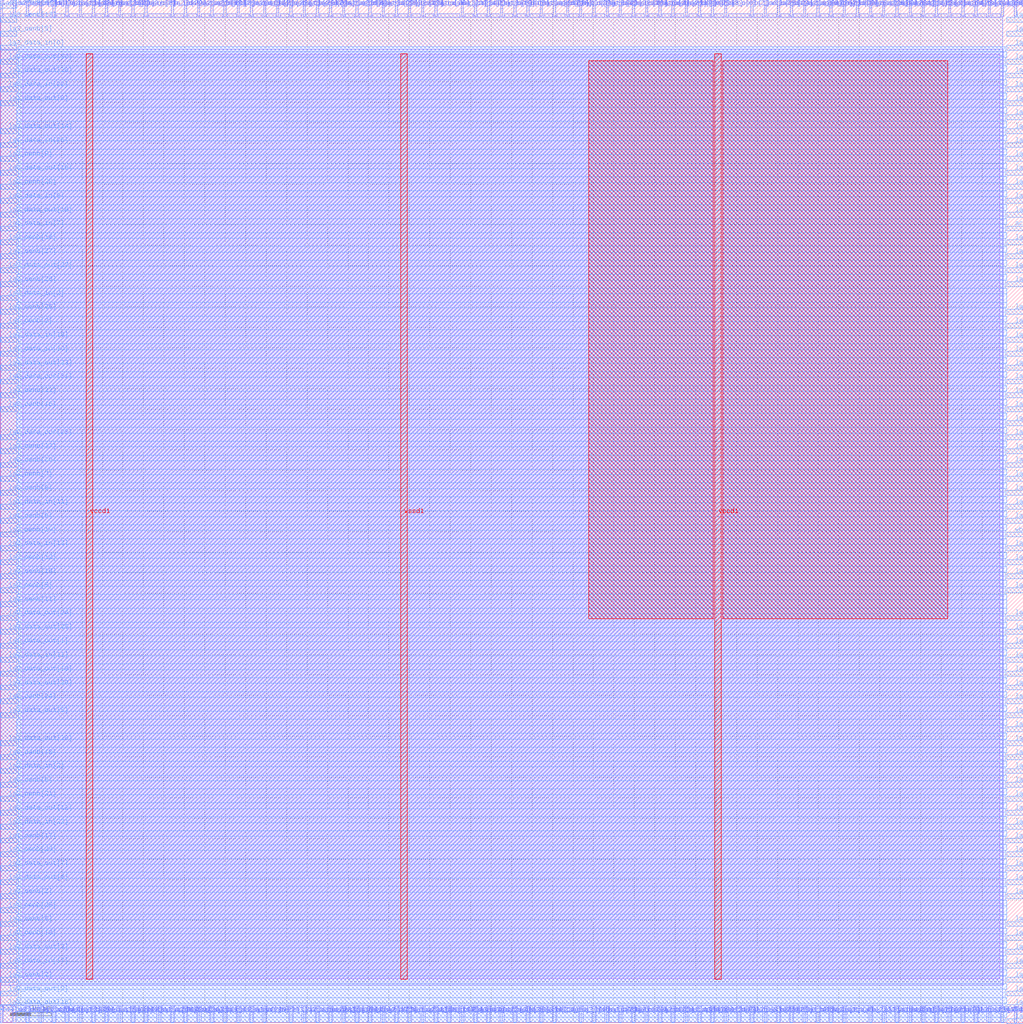
<source format=lef>
VERSION 5.7 ;
  NOWIREEXTENSIONATPIN ON ;
  DIVIDERCHAR "/" ;
  BUSBITCHARS "[]" ;
MACRO wrapped_instrumented_adder_behav
  CLASS BLOCK ;
  FOREIGN wrapped_instrumented_adder_behav ;
  ORIGIN 0.000 0.000 ;
  SIZE 250.000 BY 250.000 ;
  PIN active
    DIRECTION INPUT ;
    USE SIGNAL ;
    PORT
      LAYER met3 ;
        RECT 246.000 193.540 250.000 194.740 ;
    END
  END active
  PIN la1_data_in[0]
    DIRECTION INPUT ;
    USE SIGNAL ;
    PORT
      LAYER met2 ;
        RECT 64.350 246.000 64.910 250.000 ;
    END
  END la1_data_in[0]
  PIN la1_data_in[10]
    DIRECTION INPUT ;
    USE SIGNAL ;
    PORT
      LAYER met3 ;
        RECT 0.000 162.940 4.000 164.140 ;
    END
  END la1_data_in[10]
  PIN la1_data_in[11]
    DIRECTION INPUT ;
    USE SIGNAL ;
    PORT
      LAYER met3 ;
        RECT 0.000 125.540 4.000 126.740 ;
    END
  END la1_data_in[11]
  PIN la1_data_in[12]
    DIRECTION INPUT ;
    USE SIGNAL ;
    PORT
      LAYER met2 ;
        RECT 12.830 246.000 13.390 250.000 ;
    END
  END la1_data_in[12]
  PIN la1_data_in[13]
    DIRECTION INPUT ;
    USE SIGNAL ;
    PORT
      LAYER met3 ;
        RECT 246.000 169.740 250.000 170.940 ;
    END
  END la1_data_in[13]
  PIN la1_data_in[14]
    DIRECTION INPUT ;
    USE SIGNAL ;
    PORT
      LAYER met2 ;
        RECT 148.070 0.000 148.630 4.000 ;
    END
  END la1_data_in[14]
  PIN la1_data_in[15]
    DIRECTION INPUT ;
    USE SIGNAL ;
    PORT
      LAYER met2 ;
        RECT 77.230 0.000 77.790 4.000 ;
    END
  END la1_data_in[15]
  PIN la1_data_in[16]
    DIRECTION INPUT ;
    USE SIGNAL ;
    PORT
      LAYER met2 ;
        RECT 148.070 246.000 148.630 250.000 ;
    END
  END la1_data_in[16]
  PIN la1_data_in[17]
    DIRECTION INPUT ;
    USE SIGNAL ;
    PORT
      LAYER met2 ;
        RECT 93.330 246.000 93.890 250.000 ;
    END
  END la1_data_in[17]
  PIN la1_data_in[18]
    DIRECTION INPUT ;
    USE SIGNAL ;
    PORT
      LAYER met3 ;
        RECT 0.000 166.340 4.000 167.540 ;
    END
  END la1_data_in[18]
  PIN la1_data_in[19]
    DIRECTION INPUT ;
    USE SIGNAL ;
    PORT
      LAYER met3 ;
        RECT 246.000 20.140 250.000 21.340 ;
    END
  END la1_data_in[19]
  PIN la1_data_in[1]
    DIRECTION INPUT ;
    USE SIGNAL ;
    PORT
      LAYER met2 ;
        RECT 109.430 0.000 109.990 4.000 ;
    END
  END la1_data_in[1]
  PIN la1_data_in[20]
    DIRECTION INPUT ;
    USE SIGNAL ;
    PORT
      LAYER met2 ;
        RECT 180.270 0.000 180.830 4.000 ;
    END
  END la1_data_in[20]
  PIN la1_data_in[21]
    DIRECTION INPUT ;
    USE SIGNAL ;
    PORT
      LAYER met3 ;
        RECT 246.000 47.340 250.000 48.540 ;
    END
  END la1_data_in[21]
  PIN la1_data_in[22]
    DIRECTION INPUT ;
    USE SIGNAL ;
    PORT
      LAYER met2 ;
        RECT 235.010 0.000 235.570 4.000 ;
    END
  END la1_data_in[22]
  PIN la1_data_in[23]
    DIRECTION INPUT ;
    USE SIGNAL ;
    PORT
      LAYER met2 ;
        RECT 218.910 0.000 219.470 4.000 ;
    END
  END la1_data_in[23]
  PIN la1_data_in[24]
    DIRECTION INPUT ;
    USE SIGNAL ;
    PORT
      LAYER met3 ;
        RECT 246.000 3.140 250.000 4.340 ;
    END
  END la1_data_in[24]
  PIN la1_data_in[25]
    DIRECTION INPUT ;
    USE SIGNAL ;
    PORT
      LAYER met2 ;
        RECT 241.450 0.000 242.010 4.000 ;
    END
  END la1_data_in[25]
  PIN la1_data_in[26]
    DIRECTION INPUT ;
    USE SIGNAL ;
    PORT
      LAYER met3 ;
        RECT 0.000 213.940 4.000 215.140 ;
    END
  END la1_data_in[26]
  PIN la1_data_in[27]
    DIRECTION INPUT ;
    USE SIGNAL ;
    PORT
      LAYER met3 ;
        RECT 246.000 230.940 250.000 232.140 ;
    END
  END la1_data_in[27]
  PIN la1_data_in[28]
    DIRECTION INPUT ;
    USE SIGNAL ;
    PORT
      LAYER met3 ;
        RECT 246.000 145.940 250.000 147.140 ;
    END
  END la1_data_in[28]
  PIN la1_data_in[29]
    DIRECTION INPUT ;
    USE SIGNAL ;
    PORT
      LAYER met3 ;
        RECT 246.000 115.340 250.000 116.540 ;
    END
  END la1_data_in[29]
  PIN la1_data_in[2]
    DIRECTION INPUT ;
    USE SIGNAL ;
    PORT
      LAYER met2 ;
        RECT 25.710 0.000 26.270 4.000 ;
    END
  END la1_data_in[2]
  PIN la1_data_in[30]
    DIRECTION INPUT ;
    USE SIGNAL ;
    PORT
      LAYER met3 ;
        RECT 246.000 37.140 250.000 38.340 ;
    END
  END la1_data_in[30]
  PIN la1_data_in[31]
    DIRECTION INPUT ;
    USE SIGNAL ;
    PORT
      LAYER met2 ;
        RECT 9.610 246.000 10.170 250.000 ;
    END
  END la1_data_in[31]
  PIN la1_data_in[3]
    DIRECTION INPUT ;
    USE SIGNAL ;
    PORT
      LAYER met2 ;
        RECT 206.030 0.000 206.590 4.000 ;
    END
  END la1_data_in[3]
  PIN la1_data_in[4]
    DIRECTION INPUT ;
    USE SIGNAL ;
    PORT
      LAYER met2 ;
        RECT 199.590 0.000 200.150 4.000 ;
    END
  END la1_data_in[4]
  PIN la1_data_in[5]
    DIRECTION INPUT ;
    USE SIGNAL ;
    PORT
      LAYER met3 ;
        RECT 246.000 166.340 250.000 167.540 ;
    END
  END la1_data_in[5]
  PIN la1_data_in[6]
    DIRECTION INPUT ;
    USE SIGNAL ;
    PORT
      LAYER met3 ;
        RECT 246.000 43.940 250.000 45.140 ;
    END
  END la1_data_in[6]
  PIN la1_data_in[7]
    DIRECTION INPUT ;
    USE SIGNAL ;
    PORT
      LAYER met3 ;
        RECT 0.000 193.540 4.000 194.740 ;
    END
  END la1_data_in[7]
  PIN la1_data_in[8]
    DIRECTION INPUT ;
    USE SIGNAL ;
    PORT
      LAYER met2 ;
        RECT 196.370 0.000 196.930 4.000 ;
    END
  END la1_data_in[8]
  PIN la1_data_in[9]
    DIRECTION INPUT ;
    USE SIGNAL ;
    PORT
      LAYER met2 ;
        RECT 177.050 0.000 177.610 4.000 ;
    END
  END la1_data_in[9]
  PIN la1_data_out[0]
    DIRECTION INOUT ;
    USE SIGNAL ;
    PORT
      LAYER met3 ;
        RECT 0.000 224.140 4.000 225.340 ;
    END
  END la1_data_out[0]
  PIN la1_data_out[10]
    DIRECTION INOUT ;
    USE SIGNAL ;
    PORT
      LAYER met2 ;
        RECT 160.950 246.000 161.510 250.000 ;
    END
  END la1_data_out[10]
  PIN la1_data_out[11]
    DIRECTION INOUT ;
    USE SIGNAL ;
    PORT
      LAYER met2 ;
        RECT 99.770 0.000 100.330 4.000 ;
    END
  END la1_data_out[11]
  PIN la1_data_out[12]
    DIRECTION INOUT ;
    USE SIGNAL ;
    PORT
      LAYER met3 ;
        RECT 246.000 190.140 250.000 191.340 ;
    END
  END la1_data_out[12]
  PIN la1_data_out[13]
    DIRECTION INOUT ;
    USE SIGNAL ;
    PORT
      LAYER met3 ;
        RECT 246.000 139.140 250.000 140.340 ;
    END
  END la1_data_out[13]
  PIN la1_data_out[14]
    DIRECTION INOUT ;
    USE SIGNAL ;
    PORT
      LAYER met2 ;
        RECT 106.210 246.000 106.770 250.000 ;
    END
  END la1_data_out[14]
  PIN la1_data_out[15]
    DIRECTION INOUT ;
    USE SIGNAL ;
    PORT
      LAYER met2 ;
        RECT 54.690 0.000 55.250 4.000 ;
    END
  END la1_data_out[15]
  PIN la1_data_out[16]
    DIRECTION INOUT ;
    USE SIGNAL ;
    PORT
      LAYER met2 ;
        RECT 125.530 246.000 126.090 250.000 ;
    END
  END la1_data_out[16]
  PIN la1_data_out[17]
    DIRECTION INOUT ;
    USE SIGNAL ;
    PORT
      LAYER met2 ;
        RECT 54.690 246.000 55.250 250.000 ;
    END
  END la1_data_out[17]
  PIN la1_data_out[18]
    DIRECTION INOUT ;
    USE SIGNAL ;
    PORT
      LAYER met2 ;
        RECT 128.750 246.000 129.310 250.000 ;
    END
  END la1_data_out[18]
  PIN la1_data_out[19]
    DIRECTION INOUT ;
    USE SIGNAL ;
    PORT
      LAYER met3 ;
        RECT 246.000 81.340 250.000 82.540 ;
    END
  END la1_data_out[19]
  PIN la1_data_out[1]
    DIRECTION INOUT ;
    USE SIGNAL ;
    PORT
      LAYER met3 ;
        RECT 0.000 91.540 4.000 92.740 ;
    END
  END la1_data_out[1]
  PIN la1_data_out[20]
    DIRECTION INOUT ;
    USE SIGNAL ;
    PORT
      LAYER met3 ;
        RECT 0.000 230.940 4.000 232.140 ;
    END
  END la1_data_out[20]
  PIN la1_data_out[21]
    DIRECTION INOUT ;
    USE SIGNAL ;
    PORT
      LAYER met2 ;
        RECT 167.390 0.000 167.950 4.000 ;
    END
  END la1_data_out[21]
  PIN la1_data_out[22]
    DIRECTION INOUT ;
    USE SIGNAL ;
    PORT
      LAYER met2 ;
        RECT 19.270 246.000 19.830 250.000 ;
    END
  END la1_data_out[22]
  PIN la1_data_out[23]
    DIRECTION INOUT ;
    USE SIGNAL ;
    PORT
      LAYER met3 ;
        RECT 0.000 159.540 4.000 160.740 ;
    END
  END la1_data_out[23]
  PIN la1_data_out[24]
    DIRECTION INOUT ;
    USE SIGNAL ;
    PORT
      LAYER met2 ;
        RECT 215.690 0.000 216.250 4.000 ;
    END
  END la1_data_out[24]
  PIN la1_data_out[25]
    DIRECTION INOUT ;
    USE SIGNAL ;
    PORT
      LAYER met2 ;
        RECT 235.010 246.000 235.570 250.000 ;
    END
  END la1_data_out[25]
  PIN la1_data_out[26]
    DIRECTION INOUT ;
    USE SIGNAL ;
    PORT
      LAYER met3 ;
        RECT 246.000 237.740 250.000 238.940 ;
    END
  END la1_data_out[26]
  PIN la1_data_out[27]
    DIRECTION INOUT ;
    USE SIGNAL ;
    PORT
      LAYER met3 ;
        RECT 246.000 105.140 250.000 106.340 ;
    END
  END la1_data_out[27]
  PIN la1_data_out[28]
    DIRECTION INOUT ;
    USE SIGNAL ;
    PORT
      LAYER met3 ;
        RECT 246.000 207.140 250.000 208.340 ;
    END
  END la1_data_out[28]
  PIN la1_data_out[29]
    DIRECTION INOUT ;
    USE SIGNAL ;
    PORT
      LAYER met2 ;
        RECT 193.150 246.000 193.710 250.000 ;
    END
  END la1_data_out[29]
  PIN la1_data_out[2]
    DIRECTION INOUT ;
    USE SIGNAL ;
    PORT
      LAYER met2 ;
        RECT 225.350 0.000 225.910 4.000 ;
    END
  END la1_data_out[2]
  PIN la1_data_out[30]
    DIRECTION INOUT ;
    USE SIGNAL ;
    PORT
      LAYER met2 ;
        RECT 38.590 0.000 39.150 4.000 ;
    END
  END la1_data_out[30]
  PIN la1_data_out[31]
    DIRECTION INOUT ;
    USE SIGNAL ;
    PORT
      LAYER met2 ;
        RECT 212.470 246.000 213.030 250.000 ;
    END
  END la1_data_out[31]
  PIN la1_data_out[3]
    DIRECTION INOUT ;
    USE SIGNAL ;
    PORT
      LAYER met2 ;
        RECT 86.890 0.000 87.450 4.000 ;
    END
  END la1_data_out[3]
  PIN la1_data_out[4]
    DIRECTION INOUT ;
    USE SIGNAL ;
    PORT
      LAYER met3 ;
        RECT 246.000 128.940 250.000 130.140 ;
    END
  END la1_data_out[4]
  PIN la1_data_out[5]
    DIRECTION INOUT ;
    USE SIGNAL ;
    PORT
      LAYER met2 ;
        RECT 19.270 0.000 19.830 4.000 ;
    END
  END la1_data_out[5]
  PIN la1_data_out[6]
    DIRECTION INOUT ;
    USE SIGNAL ;
    PORT
      LAYER met3 ;
        RECT 246.000 196.940 250.000 198.140 ;
    END
  END la1_data_out[6]
  PIN la1_data_out[7]
    DIRECTION INOUT ;
    USE SIGNAL ;
    PORT
      LAYER met2 ;
        RECT 135.190 246.000 135.750 250.000 ;
    END
  END la1_data_out[7]
  PIN la1_data_out[8]
    DIRECTION INOUT ;
    USE SIGNAL ;
    PORT
      LAYER met2 ;
        RECT 199.590 246.000 200.150 250.000 ;
    END
  END la1_data_out[8]
  PIN la1_data_out[9]
    DIRECTION INOUT ;
    USE SIGNAL ;
    PORT
      LAYER met3 ;
        RECT 246.000 60.940 250.000 62.140 ;
    END
  END la1_data_out[9]
  PIN la1_oenb[0]
    DIRECTION INPUT ;
    USE SIGNAL ;
    PORT
      LAYER met2 ;
        RECT 74.010 246.000 74.570 250.000 ;
    END
  END la1_oenb[0]
  PIN la1_oenb[10]
    DIRECTION INPUT ;
    USE SIGNAL ;
    PORT
      LAYER met3 ;
        RECT 246.000 98.340 250.000 99.540 ;
    END
  END la1_oenb[10]
  PIN la1_oenb[11]
    DIRECTION INPUT ;
    USE SIGNAL ;
    PORT
      LAYER met3 ;
        RECT 246.000 67.740 250.000 68.940 ;
    END
  END la1_oenb[11]
  PIN la1_oenb[12]
    DIRECTION INPUT ;
    USE SIGNAL ;
    PORT
      LAYER met3 ;
        RECT 246.000 135.740 250.000 136.940 ;
    END
  END la1_oenb[12]
  PIN la1_oenb[13]
    DIRECTION INPUT ;
    USE SIGNAL ;
    PORT
      LAYER met2 ;
        RECT 64.350 0.000 64.910 4.000 ;
    END
  END la1_oenb[13]
  PIN la1_oenb[14]
    DIRECTION INPUT ;
    USE SIGNAL ;
    PORT
      LAYER met3 ;
        RECT 246.000 217.340 250.000 218.540 ;
    END
  END la1_oenb[14]
  PIN la1_oenb[15]
    DIRECTION INPUT ;
    USE SIGNAL ;
    PORT
      LAYER met2 ;
        RECT 96.550 246.000 97.110 250.000 ;
    END
  END la1_oenb[15]
  PIN la1_oenb[16]
    DIRECTION INPUT ;
    USE SIGNAL ;
    PORT
      LAYER met2 ;
        RECT 122.310 246.000 122.870 250.000 ;
    END
  END la1_oenb[16]
  PIN la1_oenb[17]
    DIRECTION INPUT ;
    USE SIGNAL ;
    PORT
      LAYER met3 ;
        RECT 0.000 43.940 4.000 45.140 ;
    END
  END la1_oenb[17]
  PIN la1_oenb[18]
    DIRECTION INPUT ;
    USE SIGNAL ;
    PORT
      LAYER met2 ;
        RECT 131.970 246.000 132.530 250.000 ;
    END
  END la1_oenb[18]
  PIN la1_oenb[19]
    DIRECTION INPUT ;
    USE SIGNAL ;
    PORT
      LAYER met3 ;
        RECT 246.000 23.540 250.000 24.740 ;
    END
  END la1_oenb[19]
  PIN la1_oenb[1]
    DIRECTION INPUT ;
    USE SIGNAL ;
    PORT
      LAYER met3 ;
        RECT 246.000 241.140 250.000 242.340 ;
    END
  END la1_oenb[1]
  PIN la1_oenb[20]
    DIRECTION INPUT ;
    USE SIGNAL ;
    PORT
      LAYER met2 ;
        RECT 106.210 0.000 106.770 4.000 ;
    END
  END la1_oenb[20]
  PIN la1_oenb[21]
    DIRECTION INPUT ;
    USE SIGNAL ;
    PORT
      LAYER met2 ;
        RECT 112.650 246.000 113.210 250.000 ;
    END
  END la1_oenb[21]
  PIN la1_oenb[22]
    DIRECTION INPUT ;
    USE SIGNAL ;
    PORT
      LAYER met2 ;
        RECT 61.130 0.000 61.690 4.000 ;
    END
  END la1_oenb[22]
  PIN la1_oenb[23]
    DIRECTION INPUT ;
    USE SIGNAL ;
    PORT
      LAYER met3 ;
        RECT 0.000 247.940 4.000 249.140 ;
    END
  END la1_oenb[23]
  PIN la1_oenb[24]
    DIRECTION INPUT ;
    USE SIGNAL ;
    PORT
      LAYER met2 ;
        RECT 247.890 0.000 248.450 4.000 ;
    END
  END la1_oenb[24]
  PIN la1_oenb[25]
    DIRECTION INPUT ;
    USE SIGNAL ;
    PORT
      LAYER met3 ;
        RECT 0.000 26.940 4.000 28.140 ;
    END
  END la1_oenb[25]
  PIN la1_oenb[26]
    DIRECTION INPUT ;
    USE SIGNAL ;
    PORT
      LAYER met3 ;
        RECT 0.000 173.140 4.000 174.340 ;
    END
  END la1_oenb[26]
  PIN la1_oenb[27]
    DIRECTION INPUT ;
    USE SIGNAL ;
    PORT
      LAYER met3 ;
        RECT 0.000 186.740 4.000 187.940 ;
    END
  END la1_oenb[27]
  PIN la1_oenb[28]
    DIRECTION INPUT ;
    USE SIGNAL ;
    PORT
      LAYER met3 ;
        RECT 0.000 40.540 4.000 41.740 ;
    END
  END la1_oenb[28]
  PIN la1_oenb[29]
    DIRECTION INPUT ;
    USE SIGNAL ;
    PORT
      LAYER met3 ;
        RECT 246.000 71.140 250.000 72.340 ;
    END
  END la1_oenb[29]
  PIN la1_oenb[2]
    DIRECTION INPUT ;
    USE SIGNAL ;
    PORT
      LAYER met3 ;
        RECT 0.000 169.740 4.000 170.940 ;
    END
  END la1_oenb[2]
  PIN la1_oenb[30]
    DIRECTION INPUT ;
    USE SIGNAL ;
    PORT
      LAYER met3 ;
        RECT 246.000 152.740 250.000 153.940 ;
    END
  END la1_oenb[30]
  PIN la1_oenb[31]
    DIRECTION INPUT ;
    USE SIGNAL ;
    PORT
      LAYER met2 ;
        RECT 25.710 246.000 26.270 250.000 ;
    END
  END la1_oenb[31]
  PIN la1_oenb[3]
    DIRECTION INPUT ;
    USE SIGNAL ;
    PORT
      LAYER met2 ;
        RECT 57.910 0.000 58.470 4.000 ;
    END
  END la1_oenb[3]
  PIN la1_oenb[4]
    DIRECTION INPUT ;
    USE SIGNAL ;
    PORT
      LAYER met2 ;
        RECT 28.930 0.000 29.490 4.000 ;
    END
  END la1_oenb[4]
  PIN la1_oenb[5]
    DIRECTION INPUT ;
    USE SIGNAL ;
    PORT
      LAYER met2 ;
        RECT 83.670 246.000 84.230 250.000 ;
    END
  END la1_oenb[5]
  PIN la1_oenb[6]
    DIRECTION INPUT ;
    USE SIGNAL ;
    PORT
      LAYER met3 ;
        RECT 0.000 23.540 4.000 24.740 ;
    END
  END la1_oenb[6]
  PIN la1_oenb[7]
    DIRECTION INPUT ;
    USE SIGNAL ;
    PORT
      LAYER met3 ;
        RECT 246.000 213.940 250.000 215.140 ;
    END
  END la1_oenb[7]
  PIN la1_oenb[8]
    DIRECTION INPUT ;
    USE SIGNAL ;
    PORT
      LAYER met3 ;
        RECT 0.000 122.140 4.000 123.340 ;
    END
  END la1_oenb[8]
  PIN la1_oenb[9]
    DIRECTION INPUT ;
    USE SIGNAL ;
    PORT
      LAYER met2 ;
        RECT 228.570 0.000 229.130 4.000 ;
    END
  END la1_oenb[9]
  PIN la2_data_in[0]
    DIRECTION INPUT ;
    USE SIGNAL ;
    PORT
      LAYER met3 ;
        RECT 0.000 237.740 4.000 238.940 ;
    END
  END la2_data_in[0]
  PIN la2_data_in[10]
    DIRECTION INPUT ;
    USE SIGNAL ;
    PORT
      LAYER met2 ;
        RECT 12.830 0.000 13.390 4.000 ;
    END
  END la2_data_in[10]
  PIN la2_data_in[11]
    DIRECTION INPUT ;
    USE SIGNAL ;
    PORT
      LAYER met3 ;
        RECT 0.000 88.140 4.000 89.340 ;
    END
  END la2_data_in[11]
  PIN la2_data_in[12]
    DIRECTION INPUT ;
    USE SIGNAL ;
    PORT
      LAYER met2 ;
        RECT 218.910 246.000 219.470 250.000 ;
    END
  END la2_data_in[12]
  PIN la2_data_in[13]
    DIRECTION INPUT ;
    USE SIGNAL ;
    PORT
      LAYER met3 ;
        RECT 0.000 115.340 4.000 116.540 ;
    END
  END la2_data_in[13]
  PIN la2_data_in[14]
    DIRECTION INPUT ;
    USE SIGNAL ;
    PORT
      LAYER met2 ;
        RECT 80.450 0.000 81.010 4.000 ;
    END
  END la2_data_in[14]
  PIN la2_data_in[15]
    DIRECTION INPUT ;
    USE SIGNAL ;
    PORT
      LAYER met2 ;
        RECT 238.230 246.000 238.790 250.000 ;
    END
  END la2_data_in[15]
  PIN la2_data_in[16]
    DIRECTION INPUT ;
    USE SIGNAL ;
    PORT
      LAYER met3 ;
        RECT 246.000 -0.260 250.000 0.940 ;
    END
  END la2_data_in[16]
  PIN la2_data_in[17]
    DIRECTION INPUT ;
    USE SIGNAL ;
    PORT
      LAYER met3 ;
        RECT 246.000 159.540 250.000 160.740 ;
    END
  END la2_data_in[17]
  PIN la2_data_in[18]
    DIRECTION INPUT ;
    USE SIGNAL ;
    PORT
      LAYER met2 ;
        RECT 45.030 246.000 45.590 250.000 ;
    END
  END la2_data_in[18]
  PIN la2_data_in[19]
    DIRECTION INPUT ;
    USE SIGNAL ;
    PORT
      LAYER met3 ;
        RECT 246.000 6.540 250.000 7.740 ;
    END
  END la2_data_in[19]
  PIN la2_data_in[1]
    DIRECTION INPUT ;
    USE SIGNAL ;
    PORT
      LAYER met3 ;
        RECT 246.000 108.540 250.000 109.740 ;
    END
  END la2_data_in[1]
  PIN la2_data_in[20]
    DIRECTION INPUT ;
    USE SIGNAL ;
    PORT
      LAYER met2 ;
        RECT 41.810 0.000 42.370 4.000 ;
    END
  END la2_data_in[20]
  PIN la2_data_in[21]
    DIRECTION INPUT ;
    USE SIGNAL ;
    PORT
      LAYER met2 ;
        RECT 141.630 0.000 142.190 4.000 ;
    END
  END la2_data_in[21]
  PIN la2_data_in[22]
    DIRECTION INPUT ;
    USE SIGNAL ;
    PORT
      LAYER met2 ;
        RECT 61.130 246.000 61.690 250.000 ;
    END
  END la2_data_in[22]
  PIN la2_data_in[23]
    DIRECTION INPUT ;
    USE SIGNAL ;
    PORT
      LAYER met2 ;
        RECT 228.570 246.000 229.130 250.000 ;
    END
  END la2_data_in[23]
  PIN la2_data_in[24]
    DIRECTION INPUT ;
    USE SIGNAL ;
    PORT
      LAYER met2 ;
        RECT 80.450 246.000 81.010 250.000 ;
    END
  END la2_data_in[24]
  PIN la2_data_in[25]
    DIRECTION INPUT ;
    USE SIGNAL ;
    PORT
      LAYER met2 ;
        RECT 102.990 0.000 103.550 4.000 ;
    END
  END la2_data_in[25]
  PIN la2_data_in[26]
    DIRECTION INPUT ;
    USE SIGNAL ;
    PORT
      LAYER met2 ;
        RECT 99.770 246.000 100.330 250.000 ;
    END
  END la2_data_in[26]
  PIN la2_data_in[27]
    DIRECTION INPUT ;
    USE SIGNAL ;
    PORT
      LAYER met2 ;
        RECT 231.790 0.000 232.350 4.000 ;
    END
  END la2_data_in[27]
  PIN la2_data_in[28]
    DIRECTION INPUT ;
    USE SIGNAL ;
    PORT
      LAYER met2 ;
        RECT 67.570 246.000 68.130 250.000 ;
    END
  END la2_data_in[28]
  PIN la2_data_in[29]
    DIRECTION INPUT ;
    USE SIGNAL ;
    PORT
      LAYER met2 ;
        RECT 35.370 246.000 35.930 250.000 ;
    END
  END la2_data_in[29]
  PIN la2_data_in[2]
    DIRECTION INPUT ;
    USE SIGNAL ;
    PORT
      LAYER met3 ;
        RECT 0.000 60.940 4.000 62.140 ;
    END
  END la2_data_in[2]
  PIN la2_data_in[30]
    DIRECTION INPUT ;
    USE SIGNAL ;
    PORT
      LAYER met3 ;
        RECT 246.000 16.740 250.000 17.940 ;
    END
  END la2_data_in[30]
  PIN la2_data_in[31]
    DIRECTION INPUT ;
    USE SIGNAL ;
    PORT
      LAYER met2 ;
        RECT 122.310 0.000 122.870 4.000 ;
    END
  END la2_data_in[31]
  PIN la2_data_in[3]
    DIRECTION INPUT ;
    USE SIGNAL ;
    PORT
      LAYER met2 ;
        RECT 196.370 246.000 196.930 250.000 ;
    END
  END la2_data_in[3]
  PIN la2_data_in[4]
    DIRECTION INPUT ;
    USE SIGNAL ;
    PORT
      LAYER met2 ;
        RECT 154.510 246.000 155.070 250.000 ;
    END
  END la2_data_in[4]
  PIN la2_data_in[5]
    DIRECTION INPUT ;
    USE SIGNAL ;
    PORT
      LAYER met2 ;
        RECT 222.130 246.000 222.690 250.000 ;
    END
  END la2_data_in[5]
  PIN la2_data_in[6]
    DIRECTION INPUT ;
    USE SIGNAL ;
    PORT
      LAYER met2 ;
        RECT 135.190 0.000 135.750 4.000 ;
    END
  END la2_data_in[6]
  PIN la2_data_in[7]
    DIRECTION INPUT ;
    USE SIGNAL ;
    PORT
      LAYER met2 ;
        RECT 189.930 0.000 190.490 4.000 ;
    END
  END la2_data_in[7]
  PIN la2_data_in[8]
    DIRECTION INPUT ;
    USE SIGNAL ;
    PORT
      LAYER met2 ;
        RECT 57.910 246.000 58.470 250.000 ;
    END
  END la2_data_in[8]
  PIN la2_data_in[9]
    DIRECTION INPUT ;
    USE SIGNAL ;
    PORT
      LAYER met3 ;
        RECT 0.000 200.340 4.000 201.540 ;
    END
  END la2_data_in[9]
  PIN la2_data_out[0]
    DIRECTION INOUT ;
    USE SIGNAL ;
    PORT
      LAYER met3 ;
        RECT 246.000 132.340 250.000 133.540 ;
    END
  END la2_data_out[0]
  PIN la2_data_out[10]
    DIRECTION INOUT ;
    USE SIGNAL ;
    PORT
      LAYER met3 ;
        RECT 246.000 156.140 250.000 157.340 ;
    END
  END la2_data_out[10]
  PIN la2_data_out[11]
    DIRECTION INOUT ;
    USE SIGNAL ;
    PORT
      LAYER met2 ;
        RECT -0.050 246.000 0.510 250.000 ;
    END
  END la2_data_out[11]
  PIN la2_data_out[12]
    DIRECTION INOUT ;
    USE SIGNAL ;
    PORT
      LAYER met3 ;
        RECT 0.000 50.740 4.000 51.940 ;
    END
  END la2_data_out[12]
  PIN la2_data_out[13]
    DIRECTION INOUT ;
    USE SIGNAL ;
    PORT
      LAYER met2 ;
        RECT 160.950 0.000 161.510 4.000 ;
    END
  END la2_data_out[13]
  PIN la2_data_out[14]
    DIRECTION INOUT ;
    USE SIGNAL ;
    PORT
      LAYER met3 ;
        RECT 0.000 217.340 4.000 218.540 ;
    END
  END la2_data_out[14]
  PIN la2_data_out[15]
    DIRECTION INOUT ;
    USE SIGNAL ;
    PORT
      LAYER met3 ;
        RECT 0.000 196.940 4.000 198.140 ;
    END
  END la2_data_out[15]
  PIN la2_data_out[16]
    DIRECTION INOUT ;
    USE SIGNAL ;
    PORT
      LAYER met2 ;
        RECT 77.230 246.000 77.790 250.000 ;
    END
  END la2_data_out[16]
  PIN la2_data_out[17]
    DIRECTION INOUT ;
    USE SIGNAL ;
    PORT
      LAYER met2 ;
        RECT 86.890 246.000 87.450 250.000 ;
    END
  END la2_data_out[17]
  PIN la2_data_out[18]
    DIRECTION INOUT ;
    USE SIGNAL ;
    PORT
      LAYER met3 ;
        RECT 0.000 84.740 4.000 85.940 ;
    END
  END la2_data_out[18]
  PIN la2_data_out[19]
    DIRECTION INOUT ;
    USE SIGNAL ;
    PORT
      LAYER met2 ;
        RECT 41.810 246.000 42.370 250.000 ;
    END
  END la2_data_out[19]
  PIN la2_data_out[1]
    DIRECTION INOUT ;
    USE SIGNAL ;
    PORT
      LAYER met3 ;
        RECT 246.000 234.340 250.000 235.540 ;
    END
  END la2_data_out[1]
  PIN la2_data_out[20]
    DIRECTION INOUT ;
    USE SIGNAL ;
    PORT
      LAYER met3 ;
        RECT 0.000 67.740 4.000 68.940 ;
    END
  END la2_data_out[20]
  PIN la2_data_out[21]
    DIRECTION INOUT ;
    USE SIGNAL ;
    PORT
      LAYER met2 ;
        RECT 93.330 0.000 93.890 4.000 ;
    END
  END la2_data_out[21]
  PIN la2_data_out[22]
    DIRECTION INOUT ;
    USE SIGNAL ;
    PORT
      LAYER met3 ;
        RECT 246.000 149.340 250.000 150.540 ;
    END
  END la2_data_out[22]
  PIN la2_data_out[23]
    DIRECTION INOUT ;
    USE SIGNAL ;
    PORT
      LAYER met3 ;
        RECT 0.000 142.540 4.000 143.740 ;
    END
  END la2_data_out[23]
  PIN la2_data_out[24]
    DIRECTION INOUT ;
    USE SIGNAL ;
    PORT
      LAYER met3 ;
        RECT 0.000 98.340 4.000 99.540 ;
    END
  END la2_data_out[24]
  PIN la2_data_out[25]
    DIRECTION INOUT ;
    USE SIGNAL ;
    PORT
      LAYER met2 ;
        RECT 206.030 246.000 206.590 250.000 ;
    END
  END la2_data_out[25]
  PIN la2_data_out[26]
    DIRECTION INOUT ;
    USE SIGNAL ;
    PORT
      LAYER met2 ;
        RECT 96.550 0.000 97.110 4.000 ;
    END
  END la2_data_out[26]
  PIN la2_data_out[27]
    DIRECTION INOUT ;
    USE SIGNAL ;
    PORT
      LAYER met2 ;
        RECT 189.930 246.000 190.490 250.000 ;
    END
  END la2_data_out[27]
  PIN la2_data_out[28]
    DIRECTION INOUT ;
    USE SIGNAL ;
    PORT
      LAYER met3 ;
        RECT 246.000 142.540 250.000 143.740 ;
    END
  END la2_data_out[28]
  PIN la2_data_out[29]
    DIRECTION INOUT ;
    USE SIGNAL ;
    PORT
      LAYER met2 ;
        RECT 212.470 0.000 213.030 4.000 ;
    END
  END la2_data_out[29]
  PIN la2_data_out[2]
    DIRECTION INOUT ;
    USE SIGNAL ;
    PORT
      LAYER met3 ;
        RECT 0.000 6.540 4.000 7.740 ;
    END
  END la2_data_out[2]
  PIN la2_data_out[30]
    DIRECTION INOUT ;
    USE SIGNAL ;
    PORT
      LAYER met3 ;
        RECT 0.000 234.340 4.000 235.540 ;
    END
  END la2_data_out[30]
  PIN la2_data_out[31]
    DIRECTION INOUT ;
    USE SIGNAL ;
    PORT
      LAYER met3 ;
        RECT 0.000 156.140 4.000 157.340 ;
    END
  END la2_data_out[31]
  PIN la2_data_out[3]
    DIRECTION INOUT ;
    USE SIGNAL ;
    PORT
      LAYER met3 ;
        RECT 0.000 16.740 4.000 17.940 ;
    END
  END la2_data_out[3]
  PIN la2_data_out[4]
    DIRECTION INOUT ;
    USE SIGNAL ;
    PORT
      LAYER met3 ;
        RECT 0.000 33.740 4.000 34.940 ;
    END
  END la2_data_out[4]
  PIN la2_data_out[5]
    DIRECTION INOUT ;
    USE SIGNAL ;
    PORT
      LAYER met2 ;
        RECT 154.510 0.000 155.070 4.000 ;
    END
  END la2_data_out[5]
  PIN la2_data_out[6]
    DIRECTION INOUT ;
    USE SIGNAL ;
    PORT
      LAYER met2 ;
        RECT 74.010 0.000 74.570 4.000 ;
    END
  END la2_data_out[6]
  PIN la2_data_out[7]
    DIRECTION INOUT ;
    USE SIGNAL ;
    PORT
      LAYER met3 ;
        RECT 0.000 37.140 4.000 38.340 ;
    END
  END la2_data_out[7]
  PIN la2_data_out[8]
    DIRECTION INOUT ;
    USE SIGNAL ;
    PORT
      LAYER met3 ;
        RECT 246.000 40.540 250.000 41.740 ;
    END
  END la2_data_out[8]
  PIN la2_data_out[9]
    DIRECTION INOUT ;
    USE SIGNAL ;
    PORT
      LAYER met3 ;
        RECT 246.000 77.940 250.000 79.140 ;
    END
  END la2_data_out[9]
  PIN la2_oenb[0]
    DIRECTION INPUT ;
    USE SIGNAL ;
    PORT
      LAYER met2 ;
        RECT 173.830 246.000 174.390 250.000 ;
    END
  END la2_oenb[0]
  PIN la2_oenb[10]
    DIRECTION INPUT ;
    USE SIGNAL ;
    PORT
      LAYER met3 ;
        RECT 0.000 118.740 4.000 119.940 ;
    END
  END la2_oenb[10]
  PIN la2_oenb[11]
    DIRECTION INPUT ;
    USE SIGNAL ;
    PORT
      LAYER met2 ;
        RECT 138.410 246.000 138.970 250.000 ;
    END
  END la2_oenb[11]
  PIN la2_oenb[12]
    DIRECTION INPUT ;
    USE SIGNAL ;
    PORT
      LAYER met3 ;
        RECT 246.000 74.540 250.000 75.740 ;
    END
  END la2_oenb[12]
  PIN la2_oenb[13]
    DIRECTION INPUT ;
    USE SIGNAL ;
    PORT
      LAYER met3 ;
        RECT 246.000 220.740 250.000 221.940 ;
    END
  END la2_oenb[13]
  PIN la2_oenb[14]
    DIRECTION INPUT ;
    USE SIGNAL ;
    PORT
      LAYER met3 ;
        RECT 0.000 190.140 4.000 191.340 ;
    END
  END la2_oenb[14]
  PIN la2_oenb[15]
    DIRECTION INPUT ;
    USE SIGNAL ;
    PORT
      LAYER met2 ;
        RECT 151.290 0.000 151.850 4.000 ;
    END
  END la2_oenb[15]
  PIN la2_oenb[16]
    DIRECTION INPUT ;
    USE SIGNAL ;
    PORT
      LAYER met3 ;
        RECT 246.000 183.340 250.000 184.540 ;
    END
  END la2_oenb[16]
  PIN la2_oenb[17]
    DIRECTION INPUT ;
    USE SIGNAL ;
    PORT
      LAYER met2 ;
        RECT 6.390 246.000 6.950 250.000 ;
    END
  END la2_oenb[17]
  PIN la2_oenb[18]
    DIRECTION INPUT ;
    USE SIGNAL ;
    PORT
      LAYER met3 ;
        RECT 0.000 20.140 4.000 21.340 ;
    END
  END la2_oenb[18]
  PIN la2_oenb[19]
    DIRECTION INPUT ;
    USE SIGNAL ;
    PORT
      LAYER met2 ;
        RECT 183.490 0.000 184.050 4.000 ;
    END
  END la2_oenb[19]
  PIN la2_oenb[1]
    DIRECTION INPUT ;
    USE SIGNAL ;
    PORT
      LAYER met2 ;
        RECT 177.050 246.000 177.610 250.000 ;
    END
  END la2_oenb[1]
  PIN la2_oenb[20]
    DIRECTION INPUT ;
    USE SIGNAL ;
    PORT
      LAYER met2 ;
        RECT 48.250 246.000 48.810 250.000 ;
    END
  END la2_oenb[20]
  PIN la2_oenb[21]
    DIRECTION INPUT ;
    USE SIGNAL ;
    PORT
      LAYER met3 ;
        RECT 0.000 54.140 4.000 55.340 ;
    END
  END la2_oenb[21]
  PIN la2_oenb[22]
    DIRECTION INPUT ;
    USE SIGNAL ;
    PORT
      LAYER met3 ;
        RECT 0.000 152.740 4.000 153.940 ;
    END
  END la2_oenb[22]
  PIN la2_oenb[23]
    DIRECTION INPUT ;
    USE SIGNAL ;
    PORT
      LAYER met3 ;
        RECT 246.000 88.140 250.000 89.340 ;
    END
  END la2_oenb[23]
  PIN la2_oenb[24]
    DIRECTION INPUT ;
    USE SIGNAL ;
    PORT
      LAYER met3 ;
        RECT 0.000 77.940 4.000 79.140 ;
    END
  END la2_oenb[24]
  PIN la2_oenb[25]
    DIRECTION INPUT ;
    USE SIGNAL ;
    PORT
      LAYER met2 ;
        RECT 193.150 0.000 193.710 4.000 ;
    END
  END la2_oenb[25]
  PIN la2_oenb[26]
    DIRECTION INPUT ;
    USE SIGNAL ;
    PORT
      LAYER met2 ;
        RECT 183.490 246.000 184.050 250.000 ;
    END
  END la2_oenb[26]
  PIN la2_oenb[27]
    DIRECTION INPUT ;
    USE SIGNAL ;
    PORT
      LAYER met3 ;
        RECT 0.000 139.140 4.000 140.340 ;
    END
  END la2_oenb[27]
  PIN la2_oenb[28]
    DIRECTION INPUT ;
    USE SIGNAL ;
    PORT
      LAYER met3 ;
        RECT 0.000 203.740 4.000 204.940 ;
    END
  END la2_oenb[28]
  PIN la2_oenb[29]
    DIRECTION INPUT ;
    USE SIGNAL ;
    PORT
      LAYER met2 ;
        RECT 167.390 246.000 167.950 250.000 ;
    END
  END la2_oenb[29]
  PIN la2_oenb[2]
    DIRECTION INPUT ;
    USE SIGNAL ;
    PORT
      LAYER met3 ;
        RECT 0.000 9.940 4.000 11.140 ;
    END
  END la2_oenb[2]
  PIN la2_oenb[30]
    DIRECTION INPUT ;
    USE SIGNAL ;
    PORT
      LAYER met3 ;
        RECT 0.000 135.740 4.000 136.940 ;
    END
  END la2_oenb[30]
  PIN la2_oenb[31]
    DIRECTION INPUT ;
    USE SIGNAL ;
    PORT
      LAYER met2 ;
        RECT 151.290 246.000 151.850 250.000 ;
    END
  END la2_oenb[31]
  PIN la2_oenb[3]
    DIRECTION INPUT ;
    USE SIGNAL ;
    PORT
      LAYER met2 ;
        RECT 3.170 246.000 3.730 250.000 ;
    END
  END la2_oenb[3]
  PIN la2_oenb[4]
    DIRECTION INPUT ;
    USE SIGNAL ;
    PORT
      LAYER met2 ;
        RECT 247.890 246.000 248.450 250.000 ;
    END
  END la2_oenb[4]
  PIN la2_oenb[5]
    DIRECTION INPUT ;
    USE SIGNAL ;
    PORT
      LAYER met3 ;
        RECT 0.000 105.140 4.000 106.340 ;
    END
  END la2_oenb[5]
  PIN la2_oenb[6]
    DIRECTION INPUT ;
    USE SIGNAL ;
    PORT
      LAYER met2 ;
        RECT 119.090 246.000 119.650 250.000 ;
    END
  END la2_oenb[6]
  PIN la2_oenb[7]
    DIRECTION INPUT ;
    USE SIGNAL ;
    PORT
      LAYER met3 ;
        RECT 0.000 132.340 4.000 133.540 ;
    END
  END la2_oenb[7]
  PIN la2_oenb[8]
    DIRECTION INPUT ;
    USE SIGNAL ;
    PORT
      LAYER met2 ;
        RECT 51.470 246.000 52.030 250.000 ;
    END
  END la2_oenb[8]
  PIN la2_oenb[9]
    DIRECTION INPUT ;
    USE SIGNAL ;
    PORT
      LAYER met3 ;
        RECT 0.000 128.940 4.000 130.140 ;
    END
  END la2_oenb[9]
  PIN la3_data_in[0]
    DIRECTION INPUT ;
    USE SIGNAL ;
    PORT
      LAYER met3 ;
        RECT 246.000 111.940 250.000 113.140 ;
    END
  END la3_data_in[0]
  PIN la3_data_in[10]
    DIRECTION INPUT ;
    USE SIGNAL ;
    PORT
      LAYER met2 ;
        RECT 131.970 0.000 132.530 4.000 ;
    END
  END la3_data_in[10]
  PIN la3_data_in[11]
    DIRECTION INPUT ;
    USE SIGNAL ;
    PORT
      LAYER met3 ;
        RECT 246.000 91.540 250.000 92.740 ;
    END
  END la3_data_in[11]
  PIN la3_data_in[12]
    DIRECTION INPUT ;
    USE SIGNAL ;
    PORT
      LAYER met3 ;
        RECT 246.000 30.340 250.000 31.540 ;
    END
  END la3_data_in[12]
  PIN la3_data_in[13]
    DIRECTION INPUT ;
    USE SIGNAL ;
    PORT
      LAYER met2 ;
        RECT 202.810 0.000 203.370 4.000 ;
    END
  END la3_data_in[13]
  PIN la3_data_in[14]
    DIRECTION INPUT ;
    USE SIGNAL ;
    PORT
      LAYER met2 ;
        RECT 231.790 246.000 232.350 250.000 ;
    END
  END la3_data_in[14]
  PIN la3_data_in[15]
    DIRECTION INPUT ;
    USE SIGNAL ;
    PORT
      LAYER met3 ;
        RECT 246.000 203.740 250.000 204.940 ;
    END
  END la3_data_in[15]
  PIN la3_data_in[16]
    DIRECTION INPUT ;
    USE SIGNAL ;
    PORT
      LAYER met2 ;
        RECT 119.090 0.000 119.650 4.000 ;
    END
  END la3_data_in[16]
  PIN la3_data_in[17]
    DIRECTION INPUT ;
    USE SIGNAL ;
    PORT
      LAYER met3 ;
        RECT 0.000 13.340 4.000 14.540 ;
    END
  END la3_data_in[17]
  PIN la3_data_in[18]
    DIRECTION INPUT ;
    USE SIGNAL ;
    PORT
      LAYER met3 ;
        RECT 246.000 13.340 250.000 14.540 ;
    END
  END la3_data_in[18]
  PIN la3_data_in[19]
    DIRECTION INPUT ;
    USE SIGNAL ;
    PORT
      LAYER met2 ;
        RECT 115.870 246.000 116.430 250.000 ;
    END
  END la3_data_in[19]
  PIN la3_data_in[1]
    DIRECTION INPUT ;
    USE SIGNAL ;
    PORT
      LAYER met2 ;
        RECT 115.870 0.000 116.430 4.000 ;
    END
  END la3_data_in[1]
  PIN la3_data_in[20]
    DIRECTION INPUT ;
    USE SIGNAL ;
    PORT
      LAYER met2 ;
        RECT 22.490 0.000 23.050 4.000 ;
    END
  END la3_data_in[20]
  PIN la3_data_in[21]
    DIRECTION INPUT ;
    USE SIGNAL ;
    PORT
      LAYER met2 ;
        RECT 157.730 246.000 158.290 250.000 ;
    END
  END la3_data_in[21]
  PIN la3_data_in[22]
    DIRECTION INPUT ;
    USE SIGNAL ;
    PORT
      LAYER met3 ;
        RECT 0.000 227.540 4.000 228.740 ;
    END
  END la3_data_in[22]
  PIN la3_data_in[23]
    DIRECTION INPUT ;
    USE SIGNAL ;
    PORT
      LAYER met3 ;
        RECT 0.000 47.340 4.000 48.540 ;
    END
  END la3_data_in[23]
  PIN la3_data_in[24]
    DIRECTION INPUT ;
    USE SIGNAL ;
    PORT
      LAYER met2 ;
        RECT 83.670 0.000 84.230 4.000 ;
    END
  END la3_data_in[24]
  PIN la3_data_in[25]
    DIRECTION INPUT ;
    USE SIGNAL ;
    PORT
      LAYER met3 ;
        RECT 246.000 244.540 250.000 245.740 ;
    END
  END la3_data_in[25]
  PIN la3_data_in[26]
    DIRECTION INPUT ;
    USE SIGNAL ;
    PORT
      LAYER met3 ;
        RECT 246.000 64.340 250.000 65.540 ;
    END
  END la3_data_in[26]
  PIN la3_data_in[27]
    DIRECTION INPUT ;
    USE SIGNAL ;
    PORT
      LAYER met2 ;
        RECT 170.610 0.000 171.170 4.000 ;
    END
  END la3_data_in[27]
  PIN la3_data_in[28]
    DIRECTION INPUT ;
    USE SIGNAL ;
    PORT
      LAYER met2 ;
        RECT 244.670 246.000 245.230 250.000 ;
    END
  END la3_data_in[28]
  PIN la3_data_in[29]
    DIRECTION INPUT ;
    USE SIGNAL ;
    PORT
      LAYER met2 ;
        RECT 164.170 0.000 164.730 4.000 ;
    END
  END la3_data_in[29]
  PIN la3_data_in[2]
    DIRECTION INPUT ;
    USE SIGNAL ;
    PORT
      LAYER met3 ;
        RECT 0.000 176.540 4.000 177.740 ;
    END
  END la3_data_in[2]
  PIN la3_data_in[30]
    DIRECTION INPUT ;
    USE SIGNAL ;
    PORT
      LAYER met2 ;
        RECT 9.610 0.000 10.170 4.000 ;
    END
  END la3_data_in[30]
  PIN la3_data_in[31]
    DIRECTION INPUT ;
    USE SIGNAL ;
    PORT
      LAYER met2 ;
        RECT 222.130 0.000 222.690 4.000 ;
    END
  END la3_data_in[31]
  PIN la3_data_in[3]
    DIRECTION INPUT ;
    USE SIGNAL ;
    PORT
      LAYER met3 ;
        RECT 246.000 33.740 250.000 34.940 ;
    END
  END la3_data_in[3]
  PIN la3_data_in[4]
    DIRECTION INPUT ;
    USE SIGNAL ;
    PORT
      LAYER met2 ;
        RECT 141.630 246.000 142.190 250.000 ;
    END
  END la3_data_in[4]
  PIN la3_data_in[5]
    DIRECTION INPUT ;
    USE SIGNAL ;
    PORT
      LAYER met3 ;
        RECT 246.000 173.140 250.000 174.340 ;
    END
  END la3_data_in[5]
  PIN la3_data_in[6]
    DIRECTION INPUT ;
    USE SIGNAL ;
    PORT
      LAYER met2 ;
        RECT 16.050 246.000 16.610 250.000 ;
    END
  END la3_data_in[6]
  PIN la3_data_in[7]
    DIRECTION INPUT ;
    USE SIGNAL ;
    PORT
      LAYER met2 ;
        RECT 28.930 246.000 29.490 250.000 ;
    END
  END la3_data_in[7]
  PIN la3_data_in[8]
    DIRECTION INPUT ;
    USE SIGNAL ;
    PORT
      LAYER met2 ;
        RECT 22.490 246.000 23.050 250.000 ;
    END
  END la3_data_in[8]
  PIN la3_data_in[9]
    DIRECTION INPUT ;
    USE SIGNAL ;
    PORT
      LAYER met2 ;
        RECT 6.390 0.000 6.950 4.000 ;
    END
  END la3_data_in[9]
  PIN la3_data_out[0]
    DIRECTION INOUT ;
    USE SIGNAL ;
    PORT
      LAYER met2 ;
        RECT 45.030 0.000 45.590 4.000 ;
    END
  END la3_data_out[0]
  PIN la3_data_out[10]
    DIRECTION INOUT ;
    USE SIGNAL ;
    PORT
      LAYER met3 ;
        RECT 246.000 94.940 250.000 96.140 ;
    END
  END la3_data_out[10]
  PIN la3_data_out[11]
    DIRECTION INOUT ;
    USE SIGNAL ;
    PORT
      LAYER met2 ;
        RECT 125.530 0.000 126.090 4.000 ;
    END
  END la3_data_out[11]
  PIN la3_data_out[12]
    DIRECTION INOUT ;
    USE SIGNAL ;
    PORT
      LAYER met2 ;
        RECT 215.690 246.000 216.250 250.000 ;
    END
  END la3_data_out[12]
  PIN la3_data_out[13]
    DIRECTION INOUT ;
    USE SIGNAL ;
    PORT
      LAYER met3 ;
        RECT 246.000 227.540 250.000 228.740 ;
    END
  END la3_data_out[13]
  PIN la3_data_out[14]
    DIRECTION INOUT ;
    USE SIGNAL ;
    PORT
      LAYER met2 ;
        RECT 70.790 246.000 71.350 250.000 ;
    END
  END la3_data_out[14]
  PIN la3_data_out[15]
    DIRECTION INOUT ;
    USE SIGNAL ;
    PORT
      LAYER met2 ;
        RECT 32.150 0.000 32.710 4.000 ;
    END
  END la3_data_out[15]
  PIN la3_data_out[16]
    DIRECTION INOUT ;
    USE SIGNAL ;
    PORT
      LAYER met3 ;
        RECT 0.000 3.140 4.000 4.340 ;
    END
  END la3_data_out[16]
  PIN la3_data_out[17]
    DIRECTION INOUT ;
    USE SIGNAL ;
    PORT
      LAYER met3 ;
        RECT 246.000 224.140 250.000 225.340 ;
    END
  END la3_data_out[17]
  PIN la3_data_out[18]
    DIRECTION INOUT ;
    USE SIGNAL ;
    PORT
      LAYER met3 ;
        RECT 0.000 207.140 4.000 208.340 ;
    END
  END la3_data_out[18]
  PIN la3_data_out[19]
    DIRECTION INOUT ;
    USE SIGNAL ;
    PORT
      LAYER met3 ;
        RECT 246.000 162.940 250.000 164.140 ;
    END
  END la3_data_out[19]
  PIN la3_data_out[1]
    DIRECTION INOUT ;
    USE SIGNAL ;
    PORT
      LAYER met3 ;
        RECT 246.000 54.140 250.000 55.340 ;
    END
  END la3_data_out[1]
  PIN la3_data_out[20]
    DIRECTION INOUT ;
    USE SIGNAL ;
    PORT
      LAYER met3 ;
        RECT 0.000 81.340 4.000 82.540 ;
    END
  END la3_data_out[20]
  PIN la3_data_out[21]
    DIRECTION INOUT ;
    USE SIGNAL ;
    PORT
      LAYER met2 ;
        RECT 241.450 246.000 242.010 250.000 ;
    END
  END la3_data_out[21]
  PIN la3_data_out[22]
    DIRECTION INOUT ;
    USE SIGNAL ;
    PORT
      LAYER met2 ;
        RECT 102.990 246.000 103.550 250.000 ;
    END
  END la3_data_out[22]
  PIN la3_data_out[23]
    DIRECTION INOUT ;
    USE SIGNAL ;
    PORT
      LAYER met2 ;
        RECT 70.790 0.000 71.350 4.000 ;
    END
  END la3_data_out[23]
  PIN la3_data_out[24]
    DIRECTION INOUT ;
    USE SIGNAL ;
    PORT
      LAYER met3 ;
        RECT 246.000 125.540 250.000 126.740 ;
    END
  END la3_data_out[24]
  PIN la3_data_out[25]
    DIRECTION INOUT ;
    USE SIGNAL ;
    PORT
      LAYER met3 ;
        RECT 0.000 94.940 4.000 96.140 ;
    END
  END la3_data_out[25]
  PIN la3_data_out[26]
    DIRECTION INOUT ;
    USE SIGNAL ;
    PORT
      LAYER met3 ;
        RECT 246.000 50.740 250.000 51.940 ;
    END
  END la3_data_out[26]
  PIN la3_data_out[27]
    DIRECTION INOUT ;
    USE SIGNAL ;
    PORT
      LAYER met3 ;
        RECT 0.000 183.340 4.000 184.540 ;
    END
  END la3_data_out[27]
  PIN la3_data_out[28]
    DIRECTION INOUT ;
    USE SIGNAL ;
    PORT
      LAYER met2 ;
        RECT 238.230 0.000 238.790 4.000 ;
    END
  END la3_data_out[28]
  PIN la3_data_out[29]
    DIRECTION INOUT ;
    USE SIGNAL ;
    PORT
      LAYER met2 ;
        RECT 35.370 0.000 35.930 4.000 ;
    END
  END la3_data_out[29]
  PIN la3_data_out[2]
    DIRECTION INOUT ;
    USE SIGNAL ;
    PORT
      LAYER met2 ;
        RECT 112.650 0.000 113.210 4.000 ;
    END
  END la3_data_out[2]
  PIN la3_data_out[30]
    DIRECTION INOUT ;
    USE SIGNAL ;
    PORT
      LAYER met3 ;
        RECT 246.000 84.740 250.000 85.940 ;
    END
  END la3_data_out[30]
  PIN la3_data_out[31]
    DIRECTION INOUT ;
    USE SIGNAL ;
    PORT
      LAYER met2 ;
        RECT 225.350 246.000 225.910 250.000 ;
    END
  END la3_data_out[31]
  PIN la3_data_out[3]
    DIRECTION INOUT ;
    USE SIGNAL ;
    PORT
      LAYER met3 ;
        RECT 246.000 200.340 250.000 201.540 ;
    END
  END la3_data_out[3]
  PIN la3_data_out[4]
    DIRECTION INOUT ;
    USE SIGNAL ;
    PORT
      LAYER met2 ;
        RECT 244.670 0.000 245.230 4.000 ;
    END
  END la3_data_out[4]
  PIN la3_data_out[5]
    DIRECTION INOUT ;
    USE SIGNAL ;
    PORT
      LAYER met3 ;
        RECT 0.000 74.540 4.000 75.740 ;
    END
  END la3_data_out[5]
  PIN la3_data_out[6]
    DIRECTION INOUT ;
    USE SIGNAL ;
    PORT
      LAYER met3 ;
        RECT 246.000 122.140 250.000 123.340 ;
    END
  END la3_data_out[6]
  PIN la3_data_out[7]
    DIRECTION INOUT ;
    USE SIGNAL ;
    PORT
      LAYER met2 ;
        RECT 3.170 0.000 3.730 4.000 ;
    END
  END la3_data_out[7]
  PIN la3_data_out[8]
    DIRECTION INOUT ;
    USE SIGNAL ;
    PORT
      LAYER met3 ;
        RECT 246.000 210.540 250.000 211.740 ;
    END
  END la3_data_out[8]
  PIN la3_data_out[9]
    DIRECTION INOUT ;
    USE SIGNAL ;
    PORT
      LAYER met2 ;
        RECT 209.250 246.000 209.810 250.000 ;
    END
  END la3_data_out[9]
  PIN la3_oenb[0]
    DIRECTION INPUT ;
    USE SIGNAL ;
    PORT
      LAYER met3 ;
        RECT 246.000 9.940 250.000 11.140 ;
    END
  END la3_oenb[0]
  PIN la3_oenb[10]
    DIRECTION INPUT ;
    USE SIGNAL ;
    PORT
      LAYER met2 ;
        RECT 202.810 246.000 203.370 250.000 ;
    END
  END la3_oenb[10]
  PIN la3_oenb[11]
    DIRECTION INPUT ;
    USE SIGNAL ;
    PORT
      LAYER met3 ;
        RECT 0.000 101.740 4.000 102.940 ;
    END
  END la3_oenb[11]
  PIN la3_oenb[12]
    DIRECTION INPUT ;
    USE SIGNAL ;
    PORT
      LAYER met3 ;
        RECT 0.000 111.940 4.000 113.140 ;
    END
  END la3_oenb[12]
  PIN la3_oenb[13]
    DIRECTION INPUT ;
    USE SIGNAL ;
    PORT
      LAYER met2 ;
        RECT 157.730 0.000 158.290 4.000 ;
    END
  END la3_oenb[13]
  PIN la3_oenb[14]
    DIRECTION INPUT ;
    USE SIGNAL ;
    PORT
      LAYER met2 ;
        RECT -0.050 0.000 0.510 4.000 ;
    END
  END la3_oenb[14]
  PIN la3_oenb[15]
    DIRECTION INPUT ;
    USE SIGNAL ;
    PORT
      LAYER met2 ;
        RECT 186.710 0.000 187.270 4.000 ;
    END
  END la3_oenb[15]
  PIN la3_oenb[16]
    DIRECTION INPUT ;
    USE SIGNAL ;
    PORT
      LAYER met3 ;
        RECT 0.000 149.340 4.000 150.540 ;
    END
  END la3_oenb[16]
  PIN la3_oenb[17]
    DIRECTION INPUT ;
    USE SIGNAL ;
    PORT
      LAYER met3 ;
        RECT 0.000 244.540 4.000 245.740 ;
    END
  END la3_oenb[17]
  PIN la3_oenb[18]
    DIRECTION INPUT ;
    USE SIGNAL ;
    PORT
      LAYER met3 ;
        RECT 0.000 64.340 4.000 65.540 ;
    END
  END la3_oenb[18]
  PIN la3_oenb[19]
    DIRECTION INPUT ;
    USE SIGNAL ;
    PORT
      LAYER met3 ;
        RECT 0.000 108.540 4.000 109.740 ;
    END
  END la3_oenb[19]
  PIN la3_oenb[1]
    DIRECTION INPUT ;
    USE SIGNAL ;
    PORT
      LAYER met2 ;
        RECT 48.250 0.000 48.810 4.000 ;
    END
  END la3_oenb[1]
  PIN la3_oenb[20]
    DIRECTION INPUT ;
    USE SIGNAL ;
    PORT
      LAYER met2 ;
        RECT 16.050 0.000 16.610 4.000 ;
    END
  END la3_oenb[20]
  PIN la3_oenb[21]
    DIRECTION INPUT ;
    USE SIGNAL ;
    PORT
      LAYER met2 ;
        RECT 144.850 246.000 145.410 250.000 ;
    END
  END la3_oenb[21]
  PIN la3_oenb[22]
    DIRECTION INPUT ;
    USE SIGNAL ;
    PORT
      LAYER met2 ;
        RECT 90.110 246.000 90.670 250.000 ;
    END
  END la3_oenb[22]
  PIN la3_oenb[23]
    DIRECTION INPUT ;
    USE SIGNAL ;
    PORT
      LAYER met2 ;
        RECT 128.750 0.000 129.310 4.000 ;
    END
  END la3_oenb[23]
  PIN la3_oenb[24]
    DIRECTION INPUT ;
    USE SIGNAL ;
    PORT
      LAYER met2 ;
        RECT 186.710 246.000 187.270 250.000 ;
    END
  END la3_oenb[24]
  PIN la3_oenb[25]
    DIRECTION INPUT ;
    USE SIGNAL ;
    PORT
      LAYER met3 ;
        RECT 246.000 57.540 250.000 58.740 ;
    END
  END la3_oenb[25]
  PIN la3_oenb[26]
    DIRECTION INPUT ;
    USE SIGNAL ;
    PORT
      LAYER met3 ;
        RECT 0.000 179.940 4.000 181.140 ;
    END
  END la3_oenb[26]
  PIN la3_oenb[27]
    DIRECTION INPUT ;
    USE SIGNAL ;
    PORT
      LAYER met3 ;
        RECT 246.000 186.740 250.000 187.940 ;
    END
  END la3_oenb[27]
  PIN la3_oenb[28]
    DIRECTION INPUT ;
    USE SIGNAL ;
    PORT
      LAYER met2 ;
        RECT 51.470 0.000 52.030 4.000 ;
    END
  END la3_oenb[28]
  PIN la3_oenb[29]
    DIRECTION INPUT ;
    USE SIGNAL ;
    PORT
      LAYER met2 ;
        RECT 90.110 0.000 90.670 4.000 ;
    END
  END la3_oenb[29]
  PIN la3_oenb[2]
    DIRECTION INPUT ;
    USE SIGNAL ;
    PORT
      LAYER met3 ;
        RECT 0.000 30.340 4.000 31.540 ;
    END
  END la3_oenb[2]
  PIN la3_oenb[30]
    DIRECTION INPUT ;
    USE SIGNAL ;
    PORT
      LAYER met3 ;
        RECT 246.000 179.940 250.000 181.140 ;
    END
  END la3_oenb[30]
  PIN la3_oenb[31]
    DIRECTION INPUT ;
    USE SIGNAL ;
    PORT
      LAYER met2 ;
        RECT 144.850 0.000 145.410 4.000 ;
    END
  END la3_oenb[31]
  PIN la3_oenb[3]
    DIRECTION INPUT ;
    USE SIGNAL ;
    PORT
      LAYER met2 ;
        RECT 170.610 246.000 171.170 250.000 ;
    END
  END la3_oenb[3]
  PIN la3_oenb[4]
    DIRECTION INPUT ;
    USE SIGNAL ;
    PORT
      LAYER met2 ;
        RECT 164.170 246.000 164.730 250.000 ;
    END
  END la3_oenb[4]
  PIN la3_oenb[5]
    DIRECTION INPUT ;
    USE SIGNAL ;
    PORT
      LAYER met3 ;
        RECT 0.000 241.140 4.000 242.340 ;
    END
  END la3_oenb[5]
  PIN la3_oenb[6]
    DIRECTION INPUT ;
    USE SIGNAL ;
    PORT
      LAYER met2 ;
        RECT 32.150 246.000 32.710 250.000 ;
    END
  END la3_oenb[6]
  PIN la3_oenb[7]
    DIRECTION INPUT ;
    USE SIGNAL ;
    PORT
      LAYER met2 ;
        RECT 173.830 0.000 174.390 4.000 ;
    END
  END la3_oenb[7]
  PIN la3_oenb[8]
    DIRECTION INPUT ;
    USE SIGNAL ;
    PORT
      LAYER met3 ;
        RECT 0.000 57.540 4.000 58.740 ;
    END
  END la3_oenb[8]
  PIN la3_oenb[9]
    DIRECTION INPUT ;
    USE SIGNAL ;
    PORT
      LAYER met3 ;
        RECT 0.000 210.540 4.000 211.740 ;
    END
  END la3_oenb[9]
  PIN vccd1
    DIRECTION INPUT ;
    USE POWER ;
    PORT
      LAYER met4 ;
        RECT 21.040 10.640 22.640 236.880 ;
    END
    PORT
      LAYER met4 ;
        RECT 174.640 10.640 176.240 236.880 ;
    END
  END vccd1
  PIN vssd1
    DIRECTION INPUT ;
    USE GROUND ;
    PORT
      LAYER met4 ;
        RECT 97.840 10.640 99.440 236.880 ;
    END
  END vssd1
  PIN wb_clk_i
    DIRECTION INPUT ;
    USE SIGNAL ;
    PORT
      LAYER met3 ;
        RECT 246.000 118.740 250.000 119.940 ;
    END
  END wb_clk_i
  OBS
      LAYER li1 ;
        RECT 5.520 10.795 244.260 236.725 ;
      LAYER met1 ;
        RECT 0.070 9.220 245.110 237.960 ;
      LAYER met2 ;
        RECT 0.790 245.720 2.890 246.570 ;
        RECT 4.010 245.720 6.110 246.570 ;
        RECT 7.230 245.720 9.330 246.570 ;
        RECT 10.450 245.720 12.550 246.570 ;
        RECT 13.670 245.720 15.770 246.570 ;
        RECT 16.890 245.720 18.990 246.570 ;
        RECT 20.110 245.720 22.210 246.570 ;
        RECT 23.330 245.720 25.430 246.570 ;
        RECT 26.550 245.720 28.650 246.570 ;
        RECT 29.770 245.720 31.870 246.570 ;
        RECT 32.990 245.720 35.090 246.570 ;
        RECT 36.210 245.720 41.530 246.570 ;
        RECT 42.650 245.720 44.750 246.570 ;
        RECT 45.870 245.720 47.970 246.570 ;
        RECT 49.090 245.720 51.190 246.570 ;
        RECT 52.310 245.720 54.410 246.570 ;
        RECT 55.530 245.720 57.630 246.570 ;
        RECT 58.750 245.720 60.850 246.570 ;
        RECT 61.970 245.720 64.070 246.570 ;
        RECT 65.190 245.720 67.290 246.570 ;
        RECT 68.410 245.720 70.510 246.570 ;
        RECT 71.630 245.720 73.730 246.570 ;
        RECT 74.850 245.720 76.950 246.570 ;
        RECT 78.070 245.720 80.170 246.570 ;
        RECT 81.290 245.720 83.390 246.570 ;
        RECT 84.510 245.720 86.610 246.570 ;
        RECT 87.730 245.720 89.830 246.570 ;
        RECT 90.950 245.720 93.050 246.570 ;
        RECT 94.170 245.720 96.270 246.570 ;
        RECT 97.390 245.720 99.490 246.570 ;
        RECT 100.610 245.720 102.710 246.570 ;
        RECT 103.830 245.720 105.930 246.570 ;
        RECT 107.050 245.720 112.370 246.570 ;
        RECT 113.490 245.720 115.590 246.570 ;
        RECT 116.710 245.720 118.810 246.570 ;
        RECT 119.930 245.720 122.030 246.570 ;
        RECT 123.150 245.720 125.250 246.570 ;
        RECT 126.370 245.720 128.470 246.570 ;
        RECT 129.590 245.720 131.690 246.570 ;
        RECT 132.810 245.720 134.910 246.570 ;
        RECT 136.030 245.720 138.130 246.570 ;
        RECT 139.250 245.720 141.350 246.570 ;
        RECT 142.470 245.720 144.570 246.570 ;
        RECT 145.690 245.720 147.790 246.570 ;
        RECT 148.910 245.720 151.010 246.570 ;
        RECT 152.130 245.720 154.230 246.570 ;
        RECT 155.350 245.720 157.450 246.570 ;
        RECT 158.570 245.720 160.670 246.570 ;
        RECT 161.790 245.720 163.890 246.570 ;
        RECT 165.010 245.720 167.110 246.570 ;
        RECT 168.230 245.720 170.330 246.570 ;
        RECT 171.450 245.720 173.550 246.570 ;
        RECT 174.670 245.720 176.770 246.570 ;
        RECT 177.890 245.720 183.210 246.570 ;
        RECT 184.330 245.720 186.430 246.570 ;
        RECT 187.550 245.720 189.650 246.570 ;
        RECT 190.770 245.720 192.870 246.570 ;
        RECT 193.990 245.720 196.090 246.570 ;
        RECT 197.210 245.720 199.310 246.570 ;
        RECT 200.430 245.720 202.530 246.570 ;
        RECT 203.650 245.720 205.750 246.570 ;
        RECT 206.870 245.720 208.970 246.570 ;
        RECT 210.090 245.720 212.190 246.570 ;
        RECT 213.310 245.720 215.410 246.570 ;
        RECT 216.530 245.720 218.630 246.570 ;
        RECT 219.750 245.720 221.850 246.570 ;
        RECT 222.970 245.720 225.070 246.570 ;
        RECT 226.190 245.720 228.290 246.570 ;
        RECT 229.410 245.720 231.510 246.570 ;
        RECT 232.630 245.720 234.730 246.570 ;
        RECT 235.850 245.720 237.950 246.570 ;
        RECT 239.070 245.720 241.170 246.570 ;
        RECT 242.290 245.720 244.390 246.570 ;
        RECT 0.100 4.280 245.080 245.720 ;
        RECT 0.790 0.155 2.890 4.280 ;
        RECT 4.010 0.155 6.110 4.280 ;
        RECT 7.230 0.155 9.330 4.280 ;
        RECT 10.450 0.155 12.550 4.280 ;
        RECT 13.670 0.155 15.770 4.280 ;
        RECT 16.890 0.155 18.990 4.280 ;
        RECT 20.110 0.155 22.210 4.280 ;
        RECT 23.330 0.155 25.430 4.280 ;
        RECT 26.550 0.155 28.650 4.280 ;
        RECT 29.770 0.155 31.870 4.280 ;
        RECT 32.990 0.155 35.090 4.280 ;
        RECT 36.210 0.155 38.310 4.280 ;
        RECT 39.430 0.155 41.530 4.280 ;
        RECT 42.650 0.155 44.750 4.280 ;
        RECT 45.870 0.155 47.970 4.280 ;
        RECT 49.090 0.155 51.190 4.280 ;
        RECT 52.310 0.155 54.410 4.280 ;
        RECT 55.530 0.155 57.630 4.280 ;
        RECT 58.750 0.155 60.850 4.280 ;
        RECT 61.970 0.155 64.070 4.280 ;
        RECT 65.190 0.155 70.510 4.280 ;
        RECT 71.630 0.155 73.730 4.280 ;
        RECT 74.850 0.155 76.950 4.280 ;
        RECT 78.070 0.155 80.170 4.280 ;
        RECT 81.290 0.155 83.390 4.280 ;
        RECT 84.510 0.155 86.610 4.280 ;
        RECT 87.730 0.155 89.830 4.280 ;
        RECT 90.950 0.155 93.050 4.280 ;
        RECT 94.170 0.155 96.270 4.280 ;
        RECT 97.390 0.155 99.490 4.280 ;
        RECT 100.610 0.155 102.710 4.280 ;
        RECT 103.830 0.155 105.930 4.280 ;
        RECT 107.050 0.155 109.150 4.280 ;
        RECT 110.270 0.155 112.370 4.280 ;
        RECT 113.490 0.155 115.590 4.280 ;
        RECT 116.710 0.155 118.810 4.280 ;
        RECT 119.930 0.155 122.030 4.280 ;
        RECT 123.150 0.155 125.250 4.280 ;
        RECT 126.370 0.155 128.470 4.280 ;
        RECT 129.590 0.155 131.690 4.280 ;
        RECT 132.810 0.155 134.910 4.280 ;
        RECT 136.030 0.155 141.350 4.280 ;
        RECT 142.470 0.155 144.570 4.280 ;
        RECT 145.690 0.155 147.790 4.280 ;
        RECT 148.910 0.155 151.010 4.280 ;
        RECT 152.130 0.155 154.230 4.280 ;
        RECT 155.350 0.155 157.450 4.280 ;
        RECT 158.570 0.155 160.670 4.280 ;
        RECT 161.790 0.155 163.890 4.280 ;
        RECT 165.010 0.155 167.110 4.280 ;
        RECT 168.230 0.155 170.330 4.280 ;
        RECT 171.450 0.155 173.550 4.280 ;
        RECT 174.670 0.155 176.770 4.280 ;
        RECT 177.890 0.155 179.990 4.280 ;
        RECT 181.110 0.155 183.210 4.280 ;
        RECT 184.330 0.155 186.430 4.280 ;
        RECT 187.550 0.155 189.650 4.280 ;
        RECT 190.770 0.155 192.870 4.280 ;
        RECT 193.990 0.155 196.090 4.280 ;
        RECT 197.210 0.155 199.310 4.280 ;
        RECT 200.430 0.155 202.530 4.280 ;
        RECT 203.650 0.155 205.750 4.280 ;
        RECT 206.870 0.155 212.190 4.280 ;
        RECT 213.310 0.155 215.410 4.280 ;
        RECT 216.530 0.155 218.630 4.280 ;
        RECT 219.750 0.155 221.850 4.280 ;
        RECT 222.970 0.155 225.070 4.280 ;
        RECT 226.190 0.155 228.290 4.280 ;
        RECT 229.410 0.155 231.510 4.280 ;
        RECT 232.630 0.155 234.730 4.280 ;
        RECT 235.850 0.155 237.950 4.280 ;
        RECT 239.070 0.155 241.170 4.280 ;
        RECT 242.290 0.155 244.390 4.280 ;
      LAYER met3 ;
        RECT 4.400 237.340 245.600 238.505 ;
        RECT 4.000 235.940 246.000 237.340 ;
        RECT 4.400 233.940 245.600 235.940 ;
        RECT 4.000 232.540 246.000 233.940 ;
        RECT 4.400 230.540 245.600 232.540 ;
        RECT 4.000 229.140 246.000 230.540 ;
        RECT 4.400 227.140 245.600 229.140 ;
        RECT 4.000 225.740 246.000 227.140 ;
        RECT 4.400 223.740 245.600 225.740 ;
        RECT 4.000 222.340 246.000 223.740 ;
        RECT 4.000 220.340 245.600 222.340 ;
        RECT 4.000 218.940 246.000 220.340 ;
        RECT 4.400 216.940 245.600 218.940 ;
        RECT 4.000 215.540 246.000 216.940 ;
        RECT 4.400 213.540 245.600 215.540 ;
        RECT 4.000 212.140 246.000 213.540 ;
        RECT 4.400 210.140 245.600 212.140 ;
        RECT 4.000 208.740 246.000 210.140 ;
        RECT 4.400 206.740 245.600 208.740 ;
        RECT 4.000 205.340 246.000 206.740 ;
        RECT 4.400 203.340 245.600 205.340 ;
        RECT 4.000 201.940 246.000 203.340 ;
        RECT 4.400 199.940 245.600 201.940 ;
        RECT 4.000 198.540 246.000 199.940 ;
        RECT 4.400 196.540 245.600 198.540 ;
        RECT 4.000 195.140 246.000 196.540 ;
        RECT 4.400 193.140 245.600 195.140 ;
        RECT 4.000 191.740 246.000 193.140 ;
        RECT 4.400 189.740 245.600 191.740 ;
        RECT 4.000 188.340 246.000 189.740 ;
        RECT 4.400 186.340 245.600 188.340 ;
        RECT 4.000 184.940 246.000 186.340 ;
        RECT 4.400 182.940 245.600 184.940 ;
        RECT 4.000 181.540 246.000 182.940 ;
        RECT 4.400 179.540 245.600 181.540 ;
        RECT 4.000 178.140 246.000 179.540 ;
        RECT 4.400 176.140 246.000 178.140 ;
        RECT 4.000 174.740 246.000 176.140 ;
        RECT 4.400 172.740 245.600 174.740 ;
        RECT 4.000 171.340 246.000 172.740 ;
        RECT 4.400 169.340 245.600 171.340 ;
        RECT 4.000 167.940 246.000 169.340 ;
        RECT 4.400 165.940 245.600 167.940 ;
        RECT 4.000 164.540 246.000 165.940 ;
        RECT 4.400 162.540 245.600 164.540 ;
        RECT 4.000 161.140 246.000 162.540 ;
        RECT 4.400 159.140 245.600 161.140 ;
        RECT 4.000 157.740 246.000 159.140 ;
        RECT 4.400 155.740 245.600 157.740 ;
        RECT 4.000 154.340 246.000 155.740 ;
        RECT 4.400 152.340 245.600 154.340 ;
        RECT 4.000 150.940 246.000 152.340 ;
        RECT 4.400 148.940 245.600 150.940 ;
        RECT 4.000 147.540 246.000 148.940 ;
        RECT 4.000 145.540 245.600 147.540 ;
        RECT 4.000 144.140 246.000 145.540 ;
        RECT 4.400 142.140 245.600 144.140 ;
        RECT 4.000 140.740 246.000 142.140 ;
        RECT 4.400 138.740 245.600 140.740 ;
        RECT 4.000 137.340 246.000 138.740 ;
        RECT 4.400 135.340 245.600 137.340 ;
        RECT 4.000 133.940 246.000 135.340 ;
        RECT 4.400 131.940 245.600 133.940 ;
        RECT 4.000 130.540 246.000 131.940 ;
        RECT 4.400 128.540 245.600 130.540 ;
        RECT 4.000 127.140 246.000 128.540 ;
        RECT 4.400 125.140 245.600 127.140 ;
        RECT 4.000 123.740 246.000 125.140 ;
        RECT 4.400 121.740 245.600 123.740 ;
        RECT 4.000 120.340 246.000 121.740 ;
        RECT 4.400 118.340 245.600 120.340 ;
        RECT 4.000 116.940 246.000 118.340 ;
        RECT 4.400 114.940 245.600 116.940 ;
        RECT 4.000 113.540 246.000 114.940 ;
        RECT 4.400 111.540 245.600 113.540 ;
        RECT 4.000 110.140 246.000 111.540 ;
        RECT 4.400 108.140 245.600 110.140 ;
        RECT 4.000 106.740 246.000 108.140 ;
        RECT 4.400 104.740 245.600 106.740 ;
        RECT 4.000 103.340 246.000 104.740 ;
        RECT 4.400 101.340 246.000 103.340 ;
        RECT 4.000 99.940 246.000 101.340 ;
        RECT 4.400 97.940 245.600 99.940 ;
        RECT 4.000 96.540 246.000 97.940 ;
        RECT 4.400 94.540 245.600 96.540 ;
        RECT 4.000 93.140 246.000 94.540 ;
        RECT 4.400 91.140 245.600 93.140 ;
        RECT 4.000 89.740 246.000 91.140 ;
        RECT 4.400 87.740 245.600 89.740 ;
        RECT 4.000 86.340 246.000 87.740 ;
        RECT 4.400 84.340 245.600 86.340 ;
        RECT 4.000 82.940 246.000 84.340 ;
        RECT 4.400 80.940 245.600 82.940 ;
        RECT 4.000 79.540 246.000 80.940 ;
        RECT 4.400 77.540 245.600 79.540 ;
        RECT 4.000 76.140 246.000 77.540 ;
        RECT 4.400 74.140 245.600 76.140 ;
        RECT 4.000 72.740 246.000 74.140 ;
        RECT 4.000 70.740 245.600 72.740 ;
        RECT 4.000 69.340 246.000 70.740 ;
        RECT 4.400 67.340 245.600 69.340 ;
        RECT 4.000 65.940 246.000 67.340 ;
        RECT 4.400 63.940 245.600 65.940 ;
        RECT 4.000 62.540 246.000 63.940 ;
        RECT 4.400 60.540 245.600 62.540 ;
        RECT 4.000 59.140 246.000 60.540 ;
        RECT 4.400 57.140 245.600 59.140 ;
        RECT 4.000 55.740 246.000 57.140 ;
        RECT 4.400 53.740 245.600 55.740 ;
        RECT 4.000 52.340 246.000 53.740 ;
        RECT 4.400 50.340 245.600 52.340 ;
        RECT 4.000 48.940 246.000 50.340 ;
        RECT 4.400 46.940 245.600 48.940 ;
        RECT 4.000 45.540 246.000 46.940 ;
        RECT 4.400 43.540 245.600 45.540 ;
        RECT 4.000 42.140 246.000 43.540 ;
        RECT 4.400 40.140 245.600 42.140 ;
        RECT 4.000 38.740 246.000 40.140 ;
        RECT 4.400 36.740 245.600 38.740 ;
        RECT 4.000 35.340 246.000 36.740 ;
        RECT 4.400 33.340 245.600 35.340 ;
        RECT 4.000 31.940 246.000 33.340 ;
        RECT 4.400 29.940 245.600 31.940 ;
        RECT 4.000 28.540 246.000 29.940 ;
        RECT 4.400 26.540 246.000 28.540 ;
        RECT 4.000 25.140 246.000 26.540 ;
        RECT 4.400 23.140 245.600 25.140 ;
        RECT 4.000 21.740 246.000 23.140 ;
        RECT 4.400 19.740 245.600 21.740 ;
        RECT 4.000 18.340 246.000 19.740 ;
        RECT 4.400 16.340 245.600 18.340 ;
        RECT 4.000 14.940 246.000 16.340 ;
        RECT 4.400 12.940 245.600 14.940 ;
        RECT 4.000 11.540 246.000 12.940 ;
        RECT 4.400 9.540 245.600 11.540 ;
        RECT 4.000 8.140 246.000 9.540 ;
        RECT 4.400 6.140 245.600 8.140 ;
        RECT 4.000 4.740 246.000 6.140 ;
        RECT 4.400 2.740 245.600 4.740 ;
        RECT 4.000 1.340 246.000 2.740 ;
        RECT 4.000 0.175 245.600 1.340 ;
      LAYER met4 ;
        RECT 143.815 98.775 174.240 235.105 ;
        RECT 176.640 98.775 231.545 235.105 ;
  END
END wrapped_instrumented_adder_behav
END LIBRARY


</source>
